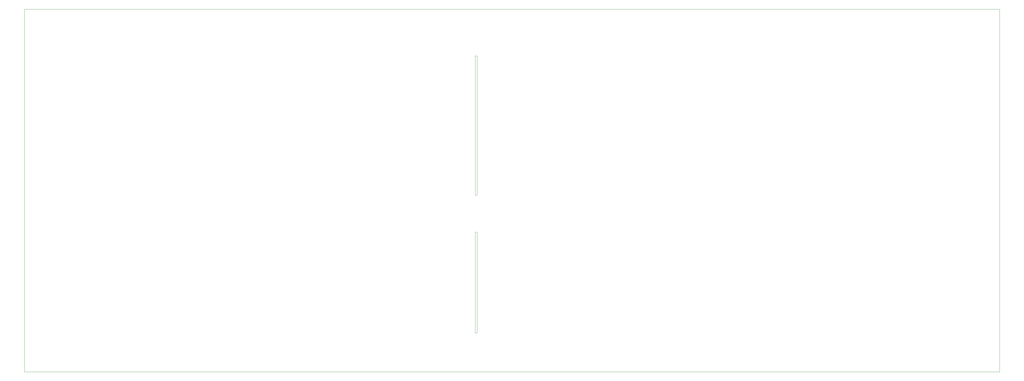
<source format=gbr>
%TF.GenerationSoftware,KiCad,Pcbnew,(7.0.0)*%
%TF.CreationDate,2023-03-24T13:53:57-04:00*%
%TF.ProjectId,RMK-complete,524d4b2d-636f-46d7-906c-6574652e6b69,rev?*%
%TF.SameCoordinates,Original*%
%TF.FileFunction,Profile,NP*%
%FSLAX46Y46*%
G04 Gerber Fmt 4.6, Leading zero omitted, Abs format (unit mm)*
G04 Created by KiCad (PCBNEW (7.0.0)) date 2023-03-24 13:53:57*
%MOMM*%
%LPD*%
G01*
G04 APERTURE LIST*
%TA.AperFunction,Profile*%
%ADD10C,0.100000*%
%TD*%
G04 APERTURE END LIST*
D10*
X195173600Y-93980000D02*
X195173600Y-142748000D01*
X378717381Y-204590838D02*
X195837381Y-204590838D01*
X195173600Y-155702000D02*
X195173600Y-191008000D01*
X37439600Y-77597000D02*
X195173600Y-77597000D01*
X195173600Y-77597000D02*
X195837381Y-77590838D01*
X195173600Y-93980000D02*
X195834000Y-93980000D01*
X195173600Y-204597000D02*
X195837381Y-204590838D01*
X195837381Y-142748000D02*
X195834000Y-93980000D01*
X195173600Y-204597000D02*
X37439600Y-204597000D01*
X195837381Y-77590838D02*
X378717381Y-77590838D01*
X195173600Y-191008000D02*
X195834000Y-191008000D01*
X378717381Y-77590838D02*
X378717381Y-204590838D01*
X195834000Y-155702000D02*
X195834000Y-191008000D01*
X195173600Y-142748000D02*
X195837381Y-142748000D01*
X37439600Y-204597000D02*
X37439600Y-77597000D01*
X195173600Y-155702000D02*
X195834000Y-155702000D01*
M02*

</source>
